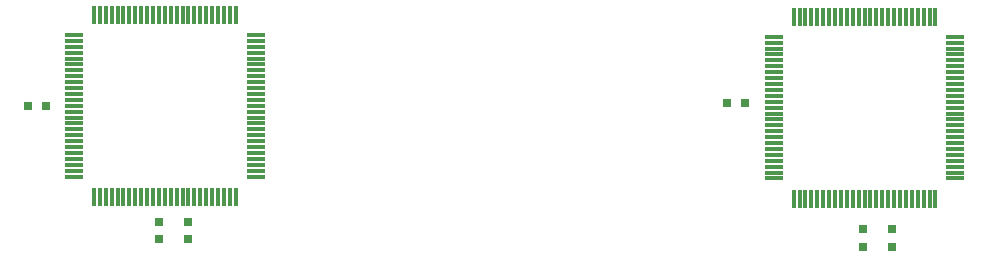
<source format=gtp>
G04 #@! TF.GenerationSoftware,KiCad,Pcbnew,(5.0.0-rc2-35-gda6600525)*
G04 #@! TF.CreationDate,2018-05-30T11:51:47-07:00*
G04 #@! TF.ProjectId,ram-based-register-card,72616D2D62617365642D726567697374,rev?*
G04 #@! TF.SameCoordinates,Original*
G04 #@! TF.FileFunction,Paste,Top*
G04 #@! TF.FilePolarity,Positive*
%FSLAX46Y46*%
G04 Gerber Fmt 4.6, Leading zero omitted, Abs format (unit mm)*
G04 Created by KiCad (PCBNEW (5.0.0-rc2-35-gda6600525)) date 05/30/18 11:51:47*
%MOMM*%
%LPD*%
G01*
G04 APERTURE LIST*
%ADD10R,1.500000X0.300000*%
%ADD11R,0.300000X1.500000*%
%ADD12R,0.750000X0.800000*%
%ADD13R,0.800000X0.750000*%
G04 APERTURE END LIST*
D10*
G04 #@! TO.C,U1*
X73406000Y-61292000D03*
X73406000Y-60792000D03*
X73406000Y-60292000D03*
X73406000Y-59792000D03*
X73406000Y-59292000D03*
X73406000Y-58792000D03*
X73406000Y-58292000D03*
X73406000Y-57792000D03*
X73406000Y-57292000D03*
X73406000Y-56792000D03*
X73406000Y-56292000D03*
X73406000Y-55792000D03*
X73406000Y-55292000D03*
X73406000Y-54792000D03*
X73406000Y-54292000D03*
X73406000Y-53792000D03*
X73406000Y-53292000D03*
X73406000Y-52792000D03*
X73406000Y-52292000D03*
X73406000Y-51792000D03*
X73406000Y-51292000D03*
X73406000Y-50792000D03*
X73406000Y-50292000D03*
X73406000Y-49792000D03*
X73406000Y-49292000D03*
D11*
X75106000Y-47592000D03*
X75606000Y-47592000D03*
X76106000Y-47592000D03*
X76606000Y-47592000D03*
X77106000Y-47592000D03*
X77606000Y-47592000D03*
X78106000Y-47592000D03*
X78606000Y-47592000D03*
X79106000Y-47592000D03*
X79606000Y-47592000D03*
X80106000Y-47592000D03*
X80606000Y-47592000D03*
X81106000Y-47592000D03*
X81606000Y-47592000D03*
X82106000Y-47592000D03*
X82606000Y-47592000D03*
X83106000Y-47592000D03*
X83606000Y-47592000D03*
X84106000Y-47592000D03*
X84606000Y-47592000D03*
X85106000Y-47592000D03*
X85606000Y-47592000D03*
X86106000Y-47592000D03*
X86606000Y-47592000D03*
X87106000Y-47592000D03*
D10*
X88806000Y-49292000D03*
X88806000Y-49792000D03*
X88806000Y-50292000D03*
X88806000Y-50792000D03*
X88806000Y-51292000D03*
X88806000Y-51792000D03*
X88806000Y-52292000D03*
X88806000Y-52792000D03*
X88806000Y-53292000D03*
X88806000Y-53792000D03*
X88806000Y-54292000D03*
X88806000Y-54792000D03*
X88806000Y-55292000D03*
X88806000Y-55792000D03*
X88806000Y-56292000D03*
X88806000Y-56792000D03*
X88806000Y-57292000D03*
X88806000Y-57792000D03*
X88806000Y-58292000D03*
X88806000Y-58792000D03*
X88806000Y-59292000D03*
X88806000Y-59792000D03*
X88806000Y-60292000D03*
X88806000Y-60792000D03*
X88806000Y-61292000D03*
D11*
X87106000Y-62992000D03*
X86606000Y-62992000D03*
X86106000Y-62992000D03*
X85606000Y-62992000D03*
X85106000Y-62992000D03*
X84606000Y-62992000D03*
X84106000Y-62992000D03*
X83606000Y-62992000D03*
X83106000Y-62992000D03*
X82606000Y-62992000D03*
X82106000Y-62992000D03*
X81606000Y-62992000D03*
X81106000Y-62992000D03*
X80606000Y-62992000D03*
X80106000Y-62992000D03*
X79606000Y-62992000D03*
X79106000Y-62992000D03*
X78606000Y-62992000D03*
X78106000Y-62992000D03*
X77606000Y-62992000D03*
X77106000Y-62992000D03*
X76606000Y-62992000D03*
X76106000Y-62992000D03*
X75606000Y-62992000D03*
X75106000Y-62992000D03*
G04 #@! TD*
G04 #@! TO.C,U2*
X134350000Y-63150000D03*
X134850000Y-63150000D03*
X135350000Y-63150000D03*
X135850000Y-63150000D03*
X136350000Y-63150000D03*
X136850000Y-63150000D03*
X137350000Y-63150000D03*
X137850000Y-63150000D03*
X138350000Y-63150000D03*
X138850000Y-63150000D03*
X139350000Y-63150000D03*
X139850000Y-63150000D03*
X140350000Y-63150000D03*
X140850000Y-63150000D03*
X141350000Y-63150000D03*
X141850000Y-63150000D03*
X142350000Y-63150000D03*
X142850000Y-63150000D03*
X143350000Y-63150000D03*
X143850000Y-63150000D03*
X144350000Y-63150000D03*
X144850000Y-63150000D03*
X145350000Y-63150000D03*
X145850000Y-63150000D03*
X146350000Y-63150000D03*
D10*
X148050000Y-61450000D03*
X148050000Y-60950000D03*
X148050000Y-60450000D03*
X148050000Y-59950000D03*
X148050000Y-59450000D03*
X148050000Y-58950000D03*
X148050000Y-58450000D03*
X148050000Y-57950000D03*
X148050000Y-57450000D03*
X148050000Y-56950000D03*
X148050000Y-56450000D03*
X148050000Y-55950000D03*
X148050000Y-55450000D03*
X148050000Y-54950000D03*
X148050000Y-54450000D03*
X148050000Y-53950000D03*
X148050000Y-53450000D03*
X148050000Y-52950000D03*
X148050000Y-52450000D03*
X148050000Y-51950000D03*
X148050000Y-51450000D03*
X148050000Y-50950000D03*
X148050000Y-50450000D03*
X148050000Y-49950000D03*
X148050000Y-49450000D03*
D11*
X146350000Y-47750000D03*
X145850000Y-47750000D03*
X145350000Y-47750000D03*
X144850000Y-47750000D03*
X144350000Y-47750000D03*
X143850000Y-47750000D03*
X143350000Y-47750000D03*
X142850000Y-47750000D03*
X142350000Y-47750000D03*
X141850000Y-47750000D03*
X141350000Y-47750000D03*
X140850000Y-47750000D03*
X140350000Y-47750000D03*
X139850000Y-47750000D03*
X139350000Y-47750000D03*
X138850000Y-47750000D03*
X138350000Y-47750000D03*
X137850000Y-47750000D03*
X137350000Y-47750000D03*
X136850000Y-47750000D03*
X136350000Y-47750000D03*
X135850000Y-47750000D03*
X135350000Y-47750000D03*
X134850000Y-47750000D03*
X134350000Y-47750000D03*
D10*
X132650000Y-49450000D03*
X132650000Y-49950000D03*
X132650000Y-50450000D03*
X132650000Y-50950000D03*
X132650000Y-51450000D03*
X132650000Y-51950000D03*
X132650000Y-52450000D03*
X132650000Y-52950000D03*
X132650000Y-53450000D03*
X132650000Y-53950000D03*
X132650000Y-54450000D03*
X132650000Y-54950000D03*
X132650000Y-55450000D03*
X132650000Y-55950000D03*
X132650000Y-56450000D03*
X132650000Y-56950000D03*
X132650000Y-57450000D03*
X132650000Y-57950000D03*
X132650000Y-58450000D03*
X132650000Y-58950000D03*
X132650000Y-59450000D03*
X132650000Y-59950000D03*
X132650000Y-60450000D03*
X132650000Y-60950000D03*
X132650000Y-61450000D03*
G04 #@! TD*
D12*
G04 #@! TO.C,C1*
X80619600Y-66600200D03*
X80619600Y-65100200D03*
G04 #@! TD*
G04 #@! TO.C,C2*
X83108800Y-65100200D03*
X83108800Y-66600200D03*
G04 #@! TD*
D13*
G04 #@! TO.C,C3*
X69543800Y-55295800D03*
X71043800Y-55295800D03*
G04 #@! TD*
D12*
G04 #@! TO.C,C4*
X140200000Y-65740000D03*
X140200000Y-67240000D03*
G04 #@! TD*
G04 #@! TO.C,C5*
X142680000Y-67260000D03*
X142680000Y-65760000D03*
G04 #@! TD*
D13*
G04 #@! TO.C,C6*
X130210000Y-55030000D03*
X128710000Y-55030000D03*
G04 #@! TD*
M02*

</source>
